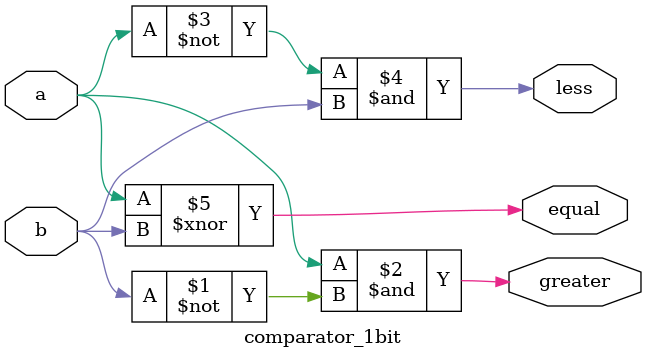
<source format=v>
module comparator_1bit(
	input wire a, b,
	output wire greater, less, equal
);

	assign greater = a & ~b;
	assign less = ~a & b;
	assign equal = a ~^ b;
endmodule


</source>
